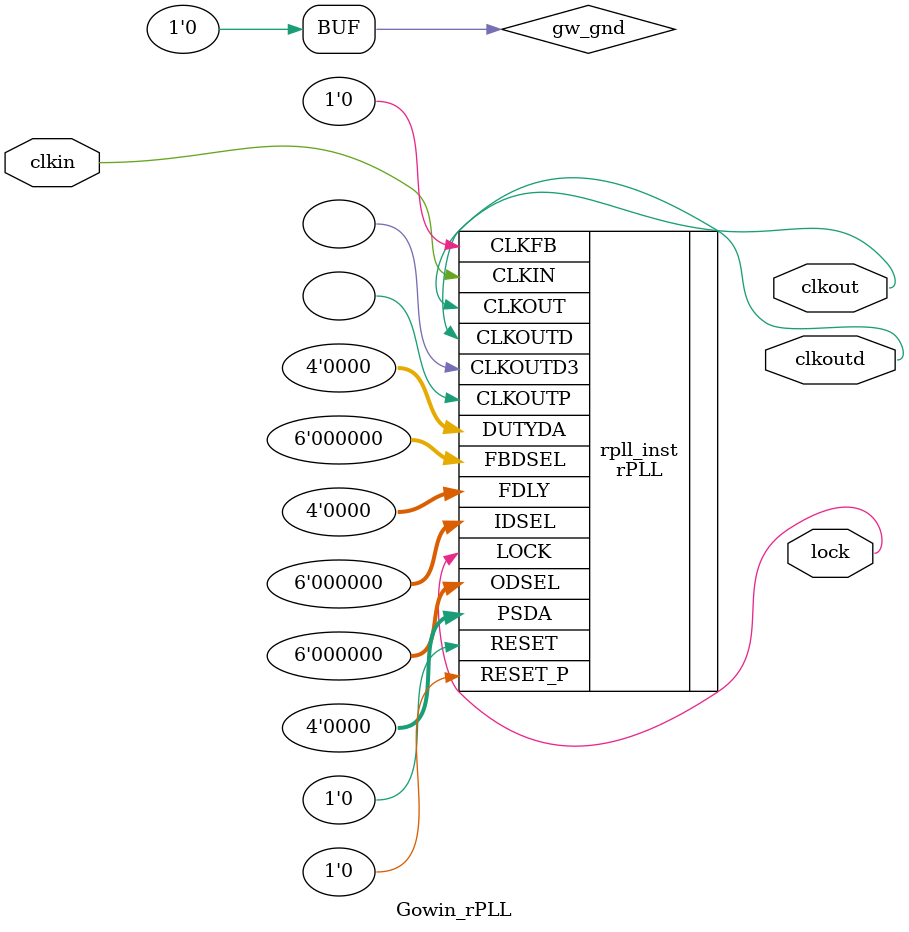
<source format=v>
module Gowin_rPLL (clkout, clkoutd, clkin, lock);

    output clkout;
    output clkoutd;
    input clkin;
    output lock;

    wire gw_gnd = 1'b0;

    rPLL rpll_inst (
        .CLKOUT(clkout),
        .LOCK(lock),
        .CLKOUTP(),
        .CLKOUTD(clkoutd),
        .CLKOUTD3(),
        .RESET(gw_gnd),
        .RESET_P(gw_gnd),
        .CLKIN(clkin),
        .CLKFB(gw_gnd),
        .FBDSEL({gw_gnd,gw_gnd,gw_gnd,gw_gnd,gw_gnd,gw_gnd}),
        .IDSEL({gw_gnd,gw_gnd,gw_gnd,gw_gnd,gw_gnd,gw_gnd}),
        .ODSEL({gw_gnd,gw_gnd,gw_gnd,gw_gnd,gw_gnd,gw_gnd}),
        .PSDA({gw_gnd,gw_gnd,gw_gnd,gw_gnd}),
        .DUTYDA({gw_gnd,gw_gnd,gw_gnd,gw_gnd}),
        .FDLY({gw_gnd,gw_gnd,gw_gnd,gw_gnd})
    );

    // 27 MHz -> 9 MHz Dönüşüm Ayarları
    defparam rpll_inst.FCLKIN = "27";
    defparam rpll_inst.DYN_IDIV_SEL = "false";
    defparam rpll_inst.IDIV_SEL = 0;       // /1
    defparam rpll_inst.DYN_FBDIV_SEL = "false";
    defparam rpll_inst.FBDIV_SEL = 3;      // x4 -> VCO = 108 MHz
    defparam rpll_inst.DYN_ODIV_SEL = "false";
    defparam rpll_inst.ODIV_SEL = 8;       // Ana çıkış
    defparam rpll_inst.PSDA_SEL = "0000";
    defparam rpll_inst.DYN_DA_EN = "false";
    defparam rpll_inst.DUTYDA_SEL = "1000";
    defparam rpll_inst.CLKOUT_FT_DIR = 1'b1;
    defparam rpll_inst.CLKOUTP_FT_DIR = 1'b1;
    defparam rpll_inst.CLKOUT_DLY_STEP = 0;
    defparam rpll_inst.CLKOUTP_DLY_STEP = 0;
    defparam rpll_inst.CLKFB_SEL = "internal";
    defparam rpll_inst.CLKOUT_BYPASS = "false";
    defparam rpll_inst.CLKOUTP_BYPASS = "false";
    defparam rpll_inst.CLKOUTD_BYPASS = "false";
    defparam rpll_inst.DYN_SDIV_SEL = 12;  // 108 / 12 = 9 MHz (CLKOUTD)
    defparam rpll_inst.CLKOUTD_SRC = "CLKOUT";
    defparam rpll_inst.CLKOUTD3_SRC = "CLKOUT";
    defparam rpll_inst.DEVICE = "GW1NR-9C";

endmodule
</source>
